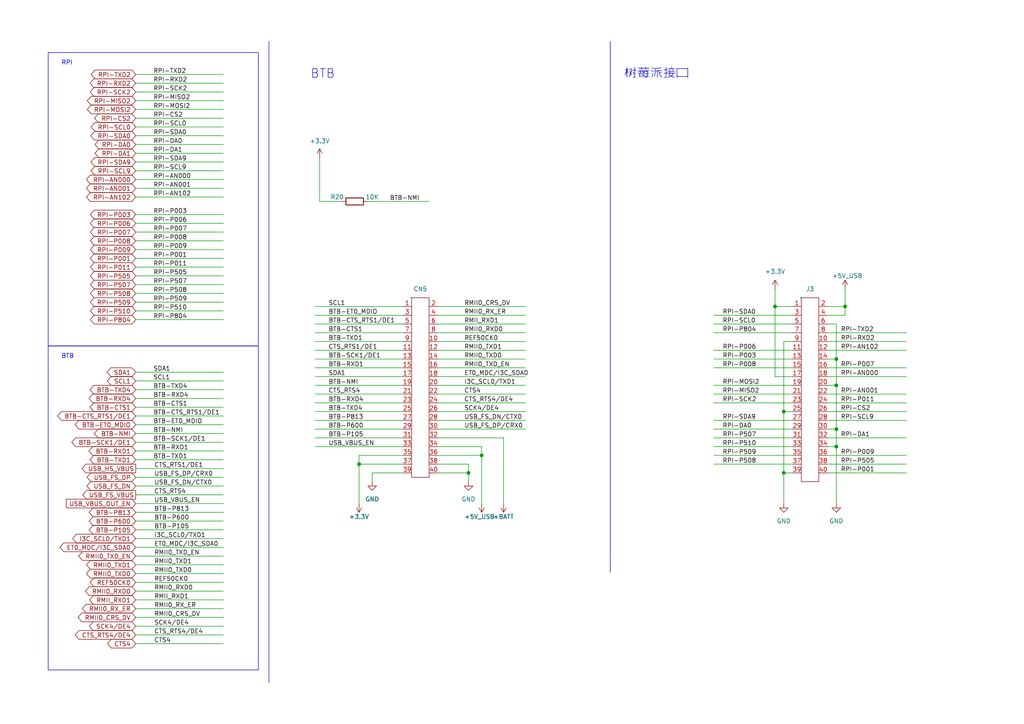
<source format=kicad_sch>
(kicad_sch (version 20230121) (generator eeschema)
  (paper "A4")
  (lib_symbols
    (symbol "RA8:2*20pin"
      (property "Reference" "J" (at 0 0 0))
      (symbol "2*20pin_0_1"
        (rectangle (start 0 0) (end 5.08 -53.34))
      )
      (symbol "2*20pin_1_1"
        (pin bidirectional line (at -2.54 -2.54 0) (length 2.54) (name "") (number "1"))
        (pin bidirectional line (at 7.62 -12.7 180) (length 2.54) (name "") (number "10"))
        (pin bidirectional line (at -2.54 -15.24 0) (length 2.54) (name "") (number "11"))
        (pin bidirectional line (at 7.62 -15.24 180) (length 2.54) (name "") (number "12"))
        (pin bidirectional line (at -2.54 -17.78 0) (length 2.54) (name "") (number "13"))
        (pin bidirectional line (at 7.62 -17.78 180) (length 2.54) (name "") (number "14"))
        (pin bidirectional line (at -2.54 -20.32 0) (length 2.54) (name "") (number "15"))
        (pin bidirectional line (at 7.62 -20.32 180) (length 2.54) (name "") (number "16"))
        (pin bidirectional line (at -2.54 -22.86 0) (length 2.54) (name "") (number "17"))
        (pin bidirectional line (at 7.62 -22.86 180) (length 2.54) (name "") (number "18"))
        (pin bidirectional line (at -2.54 -25.4 0) (length 2.54) (name "") (number "19"))
        (pin bidirectional line (at 7.62 -2.54 180) (length 2.54) (name "") (number "2"))
        (pin bidirectional line (at 7.62 -25.4 180) (length 2.54) (name "") (number "20"))
        (pin bidirectional line (at -2.54 -27.94 0) (length 2.54) (name "") (number "21"))
        (pin bidirectional line (at 7.62 -27.94 180) (length 2.54) (name "") (number "22"))
        (pin bidirectional line (at -2.54 -30.48 0) (length 2.54) (name "") (number "23"))
        (pin bidirectional line (at 7.62 -30.48 180) (length 2.54) (name "") (number "24"))
        (pin bidirectional line (at -2.54 -33.02 0) (length 2.54) (name "") (number "25"))
        (pin bidirectional line (at 7.62 -33.02 180) (length 2.54) (name "") (number "26"))
        (pin bidirectional line (at -2.54 -35.56 0) (length 2.54) (name "") (number "27"))
        (pin bidirectional line (at 7.62 -35.56 180) (length 2.54) (name "") (number "28"))
        (pin bidirectional line (at -2.54 -38.1 0) (length 2.54) (name "") (number "29"))
        (pin bidirectional line (at -2.54 -5.08 0) (length 2.54) (name "") (number "3"))
        (pin bidirectional line (at 7.62 -38.1 180) (length 2.54) (name "") (number "30"))
        (pin bidirectional line (at -2.54 -40.64 0) (length 2.54) (name "") (number "31"))
        (pin bidirectional line (at 7.62 -40.64 180) (length 2.54) (name "") (number "32"))
        (pin bidirectional line (at -2.54 -43.18 0) (length 2.54) (name "") (number "33"))
        (pin bidirectional line (at 7.62 -43.18 180) (length 2.54) (name "") (number "34"))
        (pin bidirectional line (at -2.54 -45.72 0) (length 2.54) (name "") (number "35"))
        (pin bidirectional line (at 7.62 -45.72 180) (length 2.54) (name "") (number "36"))
        (pin bidirectional line (at -2.54 -48.26 0) (length 2.54) (name "") (number "37"))
        (pin bidirectional line (at 7.62 -48.26 180) (length 2.54) (name "") (number "38"))
        (pin bidirectional line (at -2.54 -50.8 0) (length 2.54) (name "") (number "39"))
        (pin bidirectional line (at 7.62 -5.08 180) (length 2.54) (name "") (number "4"))
        (pin bidirectional line (at 7.62 -50.8 180) (length 2.54) (name "") (number "40"))
        (pin bidirectional line (at -2.54 -7.62 0) (length 2.54) (name "") (number "5"))
        (pin bidirectional line (at 7.62 -7.62 180) (length 2.54) (name "") (number "6"))
        (pin bidirectional line (at -2.54 -10.16 0) (length 2.54) (name "") (number "7"))
        (pin bidirectional line (at 7.62 -10.16 180) (length 2.54) (name "") (number "8"))
        (pin bidirectional line (at -2.54 -12.7 0) (length 2.54) (name "") (number "9"))
      )
    )
    (symbol "RA8:BTB_2x20Pin"
      (property "Reference" "CN" (at 0 0 0))
      (symbol "BTB_2x20Pin_0_1"
        (rectangle (start 0 0) (end 5.08 -52.07))
      )
      (symbol "BTB_2x20Pin_1_1"
        (pin bidirectional line (at -2.54 -2.54 0) (length 2.54) (name "") (number "1"))
        (pin bidirectional line (at 7.62 -12.7 180) (length 2.54) (name "") (number "10"))
        (pin bidirectional line (at -2.54 -15.24 0) (length 2.54) (name "") (number "11"))
        (pin bidirectional line (at 7.62 -15.24 180) (length 2.54) (name "") (number "12"))
        (pin bidirectional line (at -2.54 -17.78 0) (length 2.54) (name "") (number "13"))
        (pin bidirectional line (at 7.62 -17.78 180) (length 2.54) (name "") (number "14"))
        (pin bidirectional line (at -2.54 -20.32 0) (length 2.54) (name "") (number "15"))
        (pin bidirectional line (at 7.62 -20.32 180) (length 2.54) (name "") (number "16"))
        (pin bidirectional line (at -2.54 -22.86 0) (length 2.54) (name "") (number "17"))
        (pin bidirectional line (at 7.62 -22.86 180) (length 2.54) (name "") (number "18"))
        (pin bidirectional line (at -2.54 -25.4 0) (length 2.54) (name "") (number "19"))
        (pin bidirectional line (at 7.62 -2.54 180) (length 2.54) (name "") (number "2"))
        (pin bidirectional line (at 7.62 -25.4 180) (length 2.54) (name "") (number "20"))
        (pin bidirectional line (at -2.54 -27.94 0) (length 2.54) (name "") (number "21"))
        (pin bidirectional line (at 7.62 -27.94 180) (length 2.54) (name "") (number "22"))
        (pin bidirectional line (at -2.54 -30.48 0) (length 2.54) (name "") (number "23"))
        (pin bidirectional line (at 7.62 -30.48 180) (length 2.54) (name "") (number "24"))
        (pin bidirectional line (at -2.54 -33.02 0) (length 2.54) (name "") (number "25"))
        (pin bidirectional line (at 7.62 -33.02 180) (length 2.54) (name "") (number "26"))
        (pin bidirectional line (at -2.54 -35.56 0) (length 2.54) (name "") (number "27"))
        (pin bidirectional line (at 7.62 -35.56 180) (length 2.54) (name "") (number "28"))
        (pin bidirectional line (at -2.54 -38.1 0) (length 2.54) (name "") (number "29"))
        (pin bidirectional line (at -2.54 -5.08 0) (length 2.54) (name "") (number "3"))
        (pin bidirectional line (at 7.62 -38.1 180) (length 2.54) (name "") (number "30"))
        (pin bidirectional line (at -2.54 -40.64 0) (length 2.54) (name "") (number "31"))
        (pin bidirectional line (at 7.62 -40.64 180) (length 2.54) (name "") (number "32"))
        (pin bidirectional line (at -2.54 -43.18 0) (length 2.54) (name "") (number "33"))
        (pin bidirectional line (at 7.62 -43.18 180) (length 2.54) (name "") (number "34"))
        (pin bidirectional line (at -2.54 -45.72 0) (length 2.54) (name "") (number "35"))
        (pin bidirectional line (at 7.62 -45.72 180) (length 2.54) (name "") (number "36"))
        (pin bidirectional line (at -2.54 -48.26 0) (length 2.54) (name "") (number "37"))
        (pin bidirectional line (at 7.62 -48.26 180) (length 2.54) (name "") (number "38"))
        (pin bidirectional line (at -2.54 -50.8 0) (length 2.54) (name "") (number "39"))
        (pin bidirectional line (at 7.62 -5.08 180) (length 2.54) (name "") (number "4"))
        (pin bidirectional line (at 7.62 -50.8 180) (length 2.54) (name "") (number "40"))
        (pin bidirectional line (at -2.54 -7.62 0) (length 2.54) (name "") (number "5"))
        (pin bidirectional line (at 7.62 -7.62 180) (length 2.54) (name "") (number "6"))
        (pin bidirectional line (at -2.54 -10.16 0) (length 2.54) (name "") (number "7"))
        (pin bidirectional line (at 7.62 -10.16 180) (length 2.54) (name "") (number "8"))
        (pin bidirectional line (at -2.54 -12.7 0) (length 2.54) (name "") (number "9"))
      )
    )
    (symbol "RA8:Res" (pin_numbers hide) (pin_names hide)
      (property "Reference" "R1" (at -5.08 1.27 0))
      (property "Comment" "10K/1%" (at 7.62 1.27 0))
      (symbol "Res_0_1"
        (rectangle (start -2.54 1.016) (end 2.54 -1.016) (stroke (width 0.254)))
      )
      (symbol "Res_1_1"
        (pin passive line (at -3.81 0 0) (length 1.27) (name "~") (number "1"))
        (pin passive line (at 3.81 0 180) (length 1.27) (name "~") (number "2"))
      )
    )
    (symbol "power:+3.3V" (power) (pin_names (offset 0))
      (property "Value" "+3.3V" (at 0 3.556 0))
      (symbol "+3.3V_0_1"
        (polyline (pts (xy -0.762 1.27) (xy 0 2.54)))
        (polyline (pts (xy 0 0) (xy 0 2.54)))
        (polyline (pts (xy 0 2.54) (xy 0.762 1.27)))
      )
      (symbol "+3.3V_1_1"
        (pin power_in line (at 0 0 90) (length 0) hide (name "+3.3V") (number "1"))
      )
    )
    (symbol "power:+5V_USB" (power) (in_bom no) (on_board no)
      (property "Value" "+5V_USB" (at -1.27 2.032 0))
      (symbol "+5V_USB_0_1"
        (polyline (pts (xy -0.762 -1.27) (xy 0 0)))
        (polyline (pts (xy 0 -2.54) (xy 0 0)))
        (polyline (pts (xy 0 0) (xy 0.762 -1.27)))
      )
      (symbol "+5V_USB_1_1"
        (pin power_in line (at 0 -2.54 90) (length 0) hide (name "+5V_USB") (number "1"))
      )
    )
    (symbol "power:+BATT" (power) (pin_names (offset 0))
      (property "Value" "+BATT" (at 0 3.556 0))
      (symbol "+BATT_0_1"
        (polyline (pts (xy -0.762 1.27) (xy 0 2.54)))
        (polyline (pts (xy 0 0) (xy 0 2.54)))
        (polyline (pts (xy 0 2.54) (xy 0.762 1.27)))
      )
      (symbol "+BATT_1_1"
        (pin power_in line (at 0 0 90) (length 0) hide (name "+BATT") (number "1"))
      )
    )
    (symbol "power:GND" (power) (pin_names (offset 0))
      (property "Value" "GND" (at 0 -3.81 0))
      (symbol "GND_0_1"
        (polyline (pts (xy 0 0) (xy 0 -1.27) (xy 1.27 -1.27) (xy 0 -2.54) (xy -1.27 -1.27) (xy 0 -1.27)))
      )
      (symbol "GND_1_1"
        (pin power_in line (at 0 0 270) (length 0) hide (name "GND") (number "1"))
      )
    )
  )
  (junction (at 104.14 134.62))
  (junction (at 227.33 137.16))
  (junction (at 245.11 88.9))
  (junction (at 242.57 104.14))
  (junction (at 242.57 129.54))
  (junction (at 224.79 88.9))
  (junction (at 242.57 111.76))
  (junction (at 242.57 124.46))
  (junction (at 139.7 132.08))
  (junction (at 227.33 119.38))
  (junction (at 135.89 137.16))
  (wire (pts (xy 39.37 130.81) (xy 64.77 130.81)))
  (wire (pts (xy 39.37 49.53) (xy 64.77 49.53)))
  (wire (pts (xy 104.14 132.08) (xy 104.14 134.62)))
  (wire (pts (xy 207.01 134.62) (xy 229.87 134.62)))
  (wire (pts (xy 242.57 124.46) (xy 242.57 111.76)))
  (wire (pts (xy 127 88.9) (xy 152.4 88.9)))
  (wire (pts (xy 39.37 113.03) (xy 64.77 113.03)))
  (polyline (pts (xy 78 12) (xy 78 198)))
  (wire (pts (xy 240.03 106.68) (xy 262.89 106.68)))
  (wire (pts (xy 39.37 166.37) (xy 64.77 166.37)))
  (wire (pts (xy 91.44 93.98) (xy 116.84 93.98)))
  (wire (pts (xy 39.37 54.61) (xy 64.77 54.61)))
  (wire (pts (xy 127 101.6) (xy 152.4 101.6)))
  (wire (pts (xy 39.37 176.53) (xy 64.77 176.53)))
  (wire (pts (xy 91.44 109.22) (xy 116.84 109.22)))
  (wire (pts (xy 91.44 104.14) (xy 116.84 104.14)))
  (wire (pts (xy 39.37 31.75) (xy 64.77 31.75)))
  (wire (pts (xy 116.84 132.08) (xy 104.14 132.08)))
  (wire (pts (xy 39.37 123.19) (xy 64.77 123.19)))
  (wire (pts (xy 224.79 88.9) (xy 224.79 109.22)))
  (wire (pts (xy 242.57 104.14) (xy 242.57 111.76)))
  (wire (pts (xy 107.95 137.16) (xy 116.84 137.16)))
  (wire (pts (xy 39.37 24.13) (xy 64.77 24.13)))
  (wire (pts (xy 207.01 111.76) (xy 229.87 111.76)))
  (wire (pts (xy 91.44 88.9) (xy 116.84 88.9)))
  (wire (pts (xy 146.05 127) (xy 146.05 146.05)))
  (wire (pts (xy 39.37 44.45) (xy 64.77 44.45)))
  (wire (pts (xy 245.11 83.82) (xy 245.11 88.9)))
  (wire (pts (xy 39.37 120.65) (xy 64.77 120.65)))
  (wire (pts (xy 39.37 125.73) (xy 64.77 125.73)))
  (wire (pts (xy 39.37 107.95) (xy 64.77 107.95)))
  (wire (pts (xy 127 127) (xy 146.05 127)))
  (wire (pts (xy 240.03 132.08) (xy 262.89 132.08)))
  (wire (pts (xy 240.03 119.38) (xy 262.89 119.38)))
  (wire (pts (xy 39.37 151.13) (xy 64.77 151.13)))
  (wire (pts (xy 240.03 134.62) (xy 262.89 134.62)))
  (wire (pts (xy 91.44 119.38) (xy 116.84 119.38)))
  (wire (pts (xy 240.03 91.44) (xy 245.11 91.44)))
  (wire (pts (xy 127 111.76) (xy 152.4 111.76)))
  (wire (pts (xy 127 91.44) (xy 152.4 91.44)))
  (wire (pts (xy 39.37 87.63) (xy 64.77 87.63)))
  (wire (pts (xy 227.33 119.38) (xy 227.33 137.16)))
  (wire (pts (xy 39.37 168.91) (xy 64.77 168.91)))
  (wire (pts (xy 39.37 62.23) (xy 64.77 62.23)))
  (wire (pts (xy 39.37 140.97) (xy 64.77 140.97)))
  (wire (pts (xy 139.7 132.08) (xy 139.7 146.05)))
  (wire (pts (xy 91.44 124.46) (xy 116.84 124.46)))
  (wire (pts (xy 207.01 116.84) (xy 229.87 116.84)))
  (wire (pts (xy 240.03 99.06) (xy 262.89 99.06)))
  (wire (pts (xy 91.44 129.54) (xy 116.84 129.54)))
  (wire (pts (xy 240.03 116.84) (xy 262.89 116.84)))
  (wire (pts (xy 207.01 114.3) (xy 229.87 114.3)))
  (wire (pts (xy 91.44 106.68) (xy 116.84 106.68)))
  (wire (pts (xy 39.37 173.99) (xy 64.77 173.99)))
  (wire (pts (xy 39.37 26.67) (xy 64.77 26.67)))
  (wire (pts (xy 127 132.08) (xy 139.7 132.08)))
  (wire (pts (xy 39.37 186.69) (xy 64.77 186.69)))
  (wire (pts (xy 127 106.68) (xy 152.4 106.68)))
  (wire (pts (xy 39.37 74.93) (xy 64.77 74.93)))
  (wire (pts (xy 127 124.46) (xy 152.4 124.46)))
  (wire (pts (xy 127 104.14) (xy 152.4 104.14)))
  (wire (pts (xy 227.33 137.16) (xy 227.33 146.05)))
  (wire (pts (xy 207.01 93.98) (xy 229.87 93.98)))
  (wire (pts (xy 127 93.98) (xy 152.4 93.98)))
  (wire (pts (xy 207.01 132.08) (xy 229.87 132.08)))
  (wire (pts (xy 240.03 109.22) (xy 262.89 109.22)))
  (wire (pts (xy 39.37 67.31) (xy 64.77 67.31)))
  (wire (pts (xy 127 116.84) (xy 152.4 116.84)))
  (wire (pts (xy 39.37 161.29) (xy 64.77 161.29)))
  (wire (pts (xy 39.37 110.49) (xy 64.77 110.49)))
  (wire (pts (xy 106.68 58.42) (xy 124.46 58.42)))
  (wire (pts (xy 91.44 114.3) (xy 116.84 114.3)))
  (wire (pts (xy 39.37 82.55) (xy 64.77 82.55)))
  (wire (pts (xy 245.11 88.9) (xy 245.11 91.44)))
  (wire (pts (xy 92.71 58.42) (xy 99.06 58.42)))
  (wire (pts (xy 39.37 41.91) (xy 64.77 41.91)))
  (wire (pts (xy 240.03 127) (xy 262.89 127)))
  (wire (pts (xy 39.37 171.45) (xy 64.77 171.45)))
  (wire (pts (xy 39.37 90.17) (xy 64.77 90.17)))
  (wire (pts (xy 242.57 124.46) (xy 240.03 124.46)))
  (wire (pts (xy 39.37 179.07) (xy 64.77 179.07)))
  (wire (pts (xy 39.37 163.83) (xy 64.77 163.83)))
  (wire (pts (xy 91.44 127) (xy 116.84 127)))
  (wire (pts (xy 104.14 134.62) (xy 116.84 134.62)))
  (wire (pts (xy 207.01 96.52) (xy 229.87 96.52)))
  (wire (pts (xy 107.95 139.7) (xy 107.95 137.16)))
  (wire (pts (xy 207.01 91.44) (xy 229.87 91.44)))
  (wire (pts (xy 39.37 153.67) (xy 64.77 153.67)))
  (wire (pts (xy 39.37 128.27) (xy 64.77 128.27)))
  (wire (pts (xy 224.79 88.9) (xy 229.87 88.9)))
  (wire (pts (xy 135.89 137.16) (xy 127 137.16)))
  (wire (pts (xy 39.37 148.59) (xy 64.77 148.59)))
  (wire (pts (xy 39.37 80.01) (xy 64.77 80.01)))
  (wire (pts (xy 91.44 96.52) (xy 116.84 96.52)))
  (wire (pts (xy 91.44 116.84) (xy 116.84 116.84)))
  (wire (pts (xy 39.37 34.29) (xy 64.77 34.29)))
  (wire (pts (xy 127 121.92) (xy 152.4 121.92)))
  (wire (pts (xy 39.37 158.75) (xy 64.77 158.75)))
  (wire (pts (xy 39.37 138.43) (xy 64.77 138.43)))
  (wire (pts (xy 39.37 115.57) (xy 64.77 115.57)))
  (wire (pts (xy 127 99.06) (xy 152.4 99.06)))
  (wire (pts (xy 39.37 36.83) (xy 64.77 36.83)))
  (wire (pts (xy 207.01 127) (xy 229.87 127)))
  (wire (pts (xy 240.03 129.54) (xy 242.57 129.54)))
  (wire (pts (xy 39.37 39.37) (xy 64.77 39.37)))
  (wire (pts (xy 127 134.62) (xy 135.89 134.62)))
  (wire (pts (xy 39.37 29.21) (xy 64.77 29.21)))
  (wire (pts (xy 227.33 99.06) (xy 227.33 119.38)))
  (wire (pts (xy 91.44 99.06) (xy 116.84 99.06)))
  (wire (pts (xy 242.57 111.76) (xy 240.03 111.76)))
  (wire (pts (xy 227.33 119.38) (xy 229.87 119.38)))
  (wire (pts (xy 104.14 146.05) (xy 104.14 134.62)))
  (wire (pts (xy 39.37 21.59) (xy 64.77 21.59)))
  (wire (pts (xy 39.37 69.85) (xy 64.77 69.85)))
  (wire (pts (xy 207.01 104.14) (xy 229.87 104.14)))
  (wire (pts (xy 240.03 96.52) (xy 262.89 96.52)))
  (wire (pts (xy 39.37 77.47) (xy 64.77 77.47)))
  (wire (pts (xy 39.37 181.61) (xy 64.77 181.61)))
  (wire (pts (xy 127 109.22) (xy 152.4 109.22)))
  (wire (pts (xy 39.37 72.39) (xy 64.77 72.39)))
  (wire (pts (xy 207.01 124.46) (xy 229.87 124.46)))
  (wire (pts (xy 240.03 137.16) (xy 262.89 137.16)))
  (wire (pts (xy 229.87 99.06) (xy 227.33 99.06)))
  (wire (pts (xy 242.57 104.14) (xy 240.03 104.14)))
  (wire (pts (xy 207.01 101.6) (xy 229.87 101.6)))
  (wire (pts (xy 227.33 137.16) (xy 229.87 137.16)))
  (wire (pts (xy 135.89 137.16) (xy 135.89 139.7)))
  (wire (pts (xy 139.7 129.54) (xy 127 129.54)))
  (wire (pts (xy 39.37 64.77) (xy 64.77 64.77)))
  (wire (pts (xy 240.03 121.92) (xy 262.89 121.92)))
  (wire (pts (xy 240.03 88.9) (xy 245.11 88.9)))
  (wire (pts (xy 39.37 133.35) (xy 64.77 133.35)))
  (wire (pts (xy 39.37 135.89) (xy 64.77 135.89)))
  (wire (pts (xy 242.57 129.54) (xy 242.57 146.05)))
  (wire (pts (xy 39.37 184.15) (xy 64.77 184.15)))
  (wire (pts (xy 39.37 46.99) (xy 64.77 46.99)))
  (wire (pts (xy 91.44 101.6) (xy 116.84 101.6)))
  (wire (pts (xy 240.03 114.3) (xy 262.89 114.3)))
  (wire (pts (xy 127 119.38) (xy 152.4 119.38)))
  (wire (pts (xy 39.37 85.09) (xy 64.77 85.09)))
  (wire (pts (xy 242.57 129.54) (xy 242.57 124.46)))
  (wire (pts (xy 91.44 121.92) (xy 116.84 121.92)))
  (wire (pts (xy 127 96.52) (xy 152.4 96.52)))
  (wire (pts (xy 127 114.3) (xy 152.4 114.3)))
  (wire (pts (xy 207.01 129.54) (xy 229.87 129.54)))
  (wire (pts (xy 242.57 93.98) (xy 242.57 104.14)))
  (wire (pts (xy 91.44 91.44) (xy 116.84 91.44)))
  (wire (pts (xy 207.01 106.68) (xy 229.87 106.68)))
  (wire (pts (xy 39.37 143.51) (xy 64.77 143.51)))
  (wire (pts (xy 240.03 101.6) (xy 262.89 101.6)))
  (wire (pts (xy 39.37 118.11) (xy 64.77 118.11)))
  (wire (pts (xy 135.89 134.62) (xy 135.89 137.16)))
  (wire (pts (xy 39.37 57.15) (xy 64.77 57.15)))
  (wire (pts (xy 207.01 121.92) (xy 229.87 121.92)))
  (wire (pts (xy 224.79 83.82) (xy 224.79 88.9)))
  (wire (pts (xy 39.37 92.71) (xy 64.77 92.71)))
  (wire (pts (xy 224.79 109.22) (xy 229.87 109.22)))
  (wire (pts (xy 92.71 45.72) (xy 92.71 58.42)))
  (wire (pts (xy 91.44 111.76) (xy 116.84 111.76)))
  (wire (pts (xy 39.37 156.21) (xy 64.77 156.21)))
  (wire (pts (xy 240.03 93.98) (xy 242.57 93.98)))
  (wire (pts (xy 139.7 129.54) (xy 139.7 132.08)))
  (wire (pts (xy 39.37 146.05) (xy 64.77 146.05)))
  (wire (pts (xy 39.37 52.07) (xy 64.77 52.07)))
  (rectangle (start 13.97 15.24) (end 74.93 100.33))
  (rectangle (start 177 12) (end 177 166))
  (rectangle (start 13.97 100.33) (end 74.93 194.31))
  (text "BTB			" (at 90 23 0) (effects (font (size 2.54 2.54)) (justify left bottom)))
  (text "RPI" (at 17.78 19.05 0) (effects (font (size 1.27 1.27)) (justify left bottom)))
  (text "BTB" (at 17.78 104.14 0) (effects (font (size 1.27 1.27)) (justify left bottom)))
  (text "树莓派接口" (at 181 23 0) (effects (font (size 2.54 2.54)) (justify left bottom)))
  (label "BTB-TXD1" (at 44.45 133.35 0))
  (label "RPI-AN000" (at 44.45 52.07 0))
  (label "RPI-P006" (at 209.55 101.6 0))
  (label "RPI-SCL0" (at 44.45 36.83 0))
  (label "I3C_SCL0{slash}TXD1" (at 134.62 111.76 0))
  (label "RPI-P011" (at 44.45 77.47 0))
  (label "RPI-P007" (at 243.84 106.68 0))
  (label "SCK4{slash}DE4" (at 134.62 119.38 0))
  (label "RMII0_TXD_EN" (at 44.704 161.29 0))
  (label "RPI-MISO2" (at 209.55 114.3 0))
  (label "RPI-P009" (at 44.45 72.39 0))
  (label "RPI-P509" (at 44.45 87.63 0))
  (label "RPI-P510" (at 44.45 90.17 0))
  (label "RPI-SCL0" (at 209.55 93.98 0))
  (label "RPI-P505" (at 44.45 80.01 0))
  (label "RPI-AN102" (at 243.84 101.6 0))
  (label "BTB-TXD1" (at 95.25 99.06 0))
  (label "CTS_RTS1{slash}DE1" (at 95.25 101.6 0))
  (label "RMII0_TXD1" (at 44.704 163.83 0))
  (label "RPI-DA0" (at 209.55 124.46 0))
  (label "RPI-P011" (at 243.84 116.84 0))
  (label "BTB-P600" (at 95.25 124.46 0))
  (label "RMII0_RX_ER" (at 44.704 176.53 0))
  (label "SDA1" (at 44.45 107.95 0))
  (label "BTB-NMI" (at 95.25 111.76 0))
  (label "RPI-MISO2" (at 44.45 29.21 0))
  (label "RMII0_TXD0" (at 134.62 104.14 0))
  (label "RPI-TXD2" (at 44.45 21.59 0))
  (label "BTB-SCK1{slash}DE1" (at 44.45 128.27 0))
  (label "RMII_RXD1" (at 44.704 173.99 0))
  (label "RPI-P008" (at 209.55 106.68 0))
  (label "RMII0_RX_ER" (at 134.62 91.44 0))
  (label "BTB-NMI" (at 44.45 125.73 0))
  (label "BTB-P813" (at 95.25 121.92 0))
  (label "USB_FS_DN{slash}CTX0" (at 44.704 140.97 0))
  (label "I3C_SCL0{slash}TXD1" (at 44.704 156.21 0))
  (label "USB_VBUS_EN" (at 44.704 146.05 0))
  (label "BTB-RXD1" (at 44.45 130.81 0))
  (label "RMII0_CRS_DV" (at 44.704 179.07 0))
  (label "CTS_RTS1{slash}DE1" (at 44.704 135.89 0))
  (label "RMII0_TXD_EN" (at 134.62 106.68 0))
  (label "RPI-P001" (at 243.84 137.16 0))
  (label "RPI-RXD2" (at 243.84 99.06 0))
  (label "RPI-DA1" (at 44.45 44.45 0))
  (label "RPI-DA1" (at 243.84 127 0))
  (label "ET0_MDC{slash}I3C_SDA0" (at 44.704 158.75 0))
  (label "BTB-ET0_MDIO" (at 95.25 91.44 0))
  (label "BTB-SCK1{slash}DE1" (at 95.25 104.14 0))
  (label "BTB-CTS1" (at 95.25 96.52 0))
  (label "RPI-SDA9" (at 209.55 121.92 0))
  (label "CTS_RTS4{slash}DE4" (at 134.62 116.84 0))
  (label "RPI-TXD2" (at 243.84 96.52 0))
  (label "BTB-P600" (at 44.704 151.13 0))
  (label "RPI-AN000" (at 243.84 109.22 0))
  (label "RPI-SDA9" (at 44.45 46.99 0))
  (label "RMII0_TXD0" (at 44.704 166.37 0))
  (label "RPI-P006" (at 44.45 64.77 0))
  (label "RPI-P804" (at 44.45 92.71 0))
  (label "RPI-SCL9" (at 243.84 121.92 0))
  (label "RPI-MOSI2" (at 44.45 31.75 0))
  (label "REF50CK0" (at 44.704 168.91 0))
  (label "RPI-AN001" (at 44.45 54.61 0))
  (label "RPI-SDA0" (at 209.55 91.44 0))
  (label "BTB-TXD4" (at 44.45 113.03 0))
  (label "BTB-CTS1" (at 44.45 118.11 0))
  (label "RPI-P804" (at 209.55 96.52 0))
  (label "RPI-SCL9" (at 44.45 49.53 0))
  (label "SCK4{slash}DE4" (at 44.704 181.61 0))
  (label "RPI-P008" (at 44.45 69.85 0))
  (label "RPI-P509" (at 209.55 132.08 0))
  (label "RPI-CS2" (at 243.84 119.38 0))
  (label "BTB-NMI" (at 113.03 58.42 0))
  (label "RPI-MOSI2" (at 209.55 111.76 0))
  (label "REF50CK0" (at 134.62 99.06 0))
  (label "RMII0_RXD0" (at 134.62 96.52 0))
  (label "CTS4" (at 134.62 114.3 0))
  (label "RPI-P003" (at 209.55 104.14 0))
  (label "BTB-RXD4" (at 95.25 116.84 0))
  (label "RPI-CS2" (at 44.45 34.29 0))
  (label "RPI-P507" (at 44.45 82.55 0))
  (label "RPI-P001" (at 44.45 74.93 0))
  (label "BTB-P105" (at 44.704 153.67 0))
  (label "RPI-SCK2" (at 44.45 26.67 0))
  (label "RMII0_TXD1" (at 134.62 101.6 0))
  (label "RMII0_RXD0" (at 44.704 171.45 0))
  (label "RPI-P508" (at 209.55 134.62 0))
  (label "SCL1" (at 44.45 110.49 0))
  (label "USB_VBUS_EN" (at 95.25 129.54 0))
  (label "RMII0_CRS_DV" (at 134.62 88.9 0))
  (label "RPI-P505" (at 243.84 134.62 0))
  (label "RPI-P510" (at 209.55 129.54 0))
  (label "BTB-RXD4" (at 44.45 115.57 0))
  (label "RMII_RXD1" (at 134.62 93.98 0))
  (label "RPI-SDA0" (at 44.45 39.37 0))
  (label "RPI-DA0" (at 44.45 41.91 0))
  (label "USB_FS_DP{slash}CRX0" (at 134.62 124.46 0))
  (label "RPI-P003" (at 44.45 62.23 0))
  (label "SDA1" (at 95.25 109.22 0))
  (label "BTB-CTS_RTS1{slash}DE1" (at 95.25 93.98 0))
  (label "RPI-P007" (at 44.45 67.31 0))
  (label "BTB-TXD4" (at 95.25 119.38 0))
  (label "RPI-AN102" (at 44.45 57.15 0))
  (label "BTB-RXD1" (at 95.25 106.68 0))
  (label "BTB-P813" (at 44.704 148.59 0))
  (label "ET0_MDC{slash}I3C_SDA0" (at 134.62 109.22 0))
  (label "RPI-P009" (at 243.84 132.08 0))
  (label "BTB-P105" (at 95.25 127 0))
  (label "SCL1" (at 95.25 88.9 0))
  (label "BTB-CTS_RTS1{slash}DE1" (at 44.45 120.65 0))
  (label "CTS4" (at 44.704 186.69 0))
  (label "CTS_RTS4{slash}DE4" (at 44.704 184.15 0))
  (label "BTB-ET0_MDIO" (at 44.45 123.19 0))
  (label "RPI-RXD2" (at 44.45 24.13 0))
  (label "USB_FS_DN{slash}CTX0" (at 134.62 121.92 0))
  (label "USB_FS_DP{slash}CRX0" (at 44.704 138.43 0))
  (label "RPI-SCK2" (at 209.55 116.84 0))
  (label "CTS_RTS4" (at 95.25 114.3 0))
  (label "RPI-P508" (at 44.45 85.09 0))
  (label "RPI-P507" (at 209.55 127 0))
  (label "CTS_RTS4" (at 44.704 143.51 0))
  (label "RPI-AN001" (at 243.84 114.3 0))
  (global_label "RPI-AN001" (shape bidirectional) (at 39.37 54.61 180) (property "Intersheetrefs" "${INTERSHEET_REFS}" (effects hide)))
  (global_label "ET0_MDC{slash}I3C_SDA0" (shape bidirectional) (at 39.37 158.75 180) (property "Intersheetrefs" "${INTERSHEET_REFS}" (effects hide)))
  (global_label "SCK4{slash}DE4" (shape bidirectional) (at 39.37 181.61 180) (property "Intersheetrefs" "${INTERSHEET_REFS}" (effects hide)))
  (global_label "USB_VBUS_OUT_EN" (shape input) (at 39.37 146.05 180) (property "Intersheetrefs" "${INTERSHEET_REFS}" (effects hide)))
  (global_label "RPI-AN102" (shape bidirectional) (at 39.37 57.15 180) (property "Intersheetrefs" "${INTERSHEET_REFS}" (effects hide)))
  (global_label "CTS4" (shape bidirectional) (at 39.37 186.69 180) (property "Intersheetrefs" "${INTERSHEET_REFS}" (effects hide)))
  (global_label "RMII0_RX_ER" (shape bidirectional) (at 39.37 176.53 180) (property "Intersheetrefs" "${INTERSHEET_REFS}" (effects hide)))
  (global_label "RPI-P007" (shape bidirectional) (at 39.37 67.31 180) (property "Intersheetrefs" "${INTERSHEET_REFS}" (effects hide)))
  (global_label "RPI-P003" (shape bidirectional) (at 39.37 62.23 180) (property "Intersheetrefs" "${INTERSHEET_REFS}" (effects hide)))
  (global_label "SCL1" (shape bidirectional) (at 39.37 110.49 180) (property "Intersheetrefs" "${INTERSHEET_REFS}" (effects hide)))
  (global_label "RPI-SCL0" (shape bidirectional) (at 39.37 36.83 180) (property "Intersheetrefs" "${INTERSHEET_REFS}" (effects hide)))
  (global_label "BTB-CTS_RTS1{slash}DE1" (shape bidirectional) (at 39.37 120.65 180) (property "Intersheetrefs" "${INTERSHEET_REFS}" (effects hide)))
  (global_label "BTB-P105" (shape bidirectional) (at 39.37 153.67 180) (property "Intersheetrefs" "${INTERSHEET_REFS}" (effects hide)))
  (global_label "RPI-SCK2" (shape bidirectional) (at 39.37 26.67 180) (property "Intersheetrefs" "${INTERSHEET_REFS}" (effects hide)))
  (global_label "RPI-P505" (shape bidirectional) (at 39.37 80.01 180) (property "Intersheetrefs" "${INTERSHEET_REFS}" (effects hide)))
  (global_label "RPI-P804" (shape bidirectional) (at 39.37 92.71 180) (property "Intersheetrefs" "${INTERSHEET_REFS}" (effects hide)))
  (global_label "RPI-P507" (shape bidirectional) (at 39.37 82.55 180) (property "Intersheetrefs" "${INTERSHEET_REFS}" (effects hide)))
  (global_label "RMII0_TXD_EN" (shape bidirectional) (at 39.37 161.29 180) (property "Intersheetrefs" "${INTERSHEET_REFS}" (effects hide)))
  (global_label "BTB-CTS1" (shape bidirectional) (at 39.37 118.11 180) (property "Intersheetrefs" "${INTERSHEET_REFS}" (effects hide)))
  (global_label "RPI-SCL9" (shape bidirectional) (at 39.37 49.53 180) (property "Intersheetrefs" "${INTERSHEET_REFS}" (effects hide)))
  (global_label "RPI-DA0" (shape bidirectional) (at 39.37 41.91 180) (property "Intersheetrefs" "${INTERSHEET_REFS}" (effects hide)))
  (global_label "BTB-RXD1" (shape bidirectional) (at 39.37 130.81 180) (property "Intersheetrefs" "${INTERSHEET_REFS}" (effects hide)))
  (global_label "BTB-P813" (shape bidirectional) (at 39.37 148.59 180) (property "Intersheetrefs" "${INTERSHEET_REFS}" (effects hide)))
  (global_label "RPI-AN000" (shape bidirectional) (at 39.37 52.07 180) (property "Intersheetrefs" "${INTERSHEET_REFS}" (effects hide)))
  (global_label "RPI-SDA0" (shape bidirectional) (at 39.37 39.37 180) (property "Intersheetrefs" "${INTERSHEET_REFS}" (effects hide)))
  (global_label "RPI-RXD2" (shape bidirectional) (at 39.37 24.13 180) (property "Intersheetrefs" "${INTERSHEET_REFS}" (effects hide)))
  (global_label "RMII0_TXD1" (shape bidirectional) (at 39.37 163.83 180) (property "Intersheetrefs" "${INTERSHEET_REFS}" (effects hide)))
  (global_label "RPI-P508" (shape bidirectional) (at 39.37 85.09 180) (property "Intersheetrefs" "${INTERSHEET_REFS}" (effects hide)))
  (global_label "RPI-P001" (shape bidirectional) (at 39.37 74.93 180) (property "Intersheetrefs" "${INTERSHEET_REFS}" (effects hide)))
  (global_label "BTB-SCK1{slash}DE1" (shape bidirectional) (at 39.37 128.27 180) (property "Intersheetrefs" "${INTERSHEET_REFS}" (effects hide)))
  (global_label "SDA1" (shape bidirectional) (at 39.37 107.95 180) (property "Intersheetrefs" "${INTERSHEET_REFS}" (effects hide)))
  (global_label "USB_FS_DP" (shape bidirectional) (at 39.37 138.43 180) (property "Intersheetrefs" "${INTERSHEET_REFS}" (effects hide)))
  (global_label "USB_HS_VBUS" (shape output) (at 39.37 135.89 180) (property "Intersheetrefs" "${INTERSHEET_REFS}" (effects hide)))
  (global_label "RPI-MOSI2" (shape bidirectional) (at 39.37 31.75 180) (property "Intersheetrefs" "${INTERSHEET_REFS}" (effects hide)))
  (global_label "RMII0_TXD0" (shape bidirectional) (at 39.37 166.37 180) (property "Intersheetrefs" "${INTERSHEET_REFS}" (effects hide)))
  (global_label "RPI-P008" (shape bidirectional) (at 39.37 69.85 180) (property "Intersheetrefs" "${INTERSHEET_REFS}" (effects hide)))
  (global_label "RPI-MISO2" (shape bidirectional) (at 39.37 29.21 180) (property "Intersheetrefs" "${INTERSHEET_REFS}" (effects hide)))
  (global_label "RMII_RXD1" (shape bidirectional) (at 39.37 173.99 180) (property "Intersheetrefs" "${INTERSHEET_REFS}" (effects hide)))
  (global_label "RPI-P006" (shape bidirectional) (at 39.37 64.77 180) (property "Intersheetrefs" "${INTERSHEET_REFS}" (effects hide)))
  (global_label "BTB-RXD4" (shape bidirectional) (at 39.37 115.57 180) (property "Intersheetrefs" "${INTERSHEET_REFS}" (effects hide)))
  (global_label "I3C_SCL0{slash}TXD1" (shape bidirectional) (at 39.37 156.21 180) (property "Intersheetrefs" "${INTERSHEET_REFS}" (effects hide)))
  (global_label "BTB-P600" (shape bidirectional) (at 39.37 151.13 180) (property "Intersheetrefs" "${INTERSHEET_REFS}" (effects hide)))
  (global_label "CTS_RTS4{slash}DE4" (shape bidirectional) (at 39.37 184.15 180) (property "Intersheetrefs" "${INTERSHEET_REFS}" (effects hide)))
  (global_label "RMII0_RXD0" (shape bidirectional) (at 39.37 171.45 180) (property "Intersheetrefs" "${INTERSHEET_REFS}" (effects hide)))
  (global_label "BTB-NMI" (shape bidirectional) (at 39.37 125.73 180) (property "Intersheetrefs" "${INTERSHEET_REFS}" (effects hide)))
  (global_label "RPI-TXD2" (shape bidirectional) (at 39.37 21.59 180) (property "Intersheetrefs" "${INTERSHEET_REFS}" (effects hide)))
  (global_label "RPI-P011" (shape bidirectional) (at 39.37 77.47 180) (property "Intersheetrefs" "${INTERSHEET_REFS}" (effects hide)))
  (global_label "RMII0_CRS_DV" (shape bidirectional) (at 39.37 179.07 180) (property "Intersheetrefs" "${INTERSHEET_REFS}" (effects hide)))
  (global_label "REF50CK0" (shape bidirectional) (at 39.37 168.91 180) (property "Intersheetrefs" "${INTERSHEET_REFS}" (effects hide)))
  (global_label "RPI-P509" (shape bidirectional) (at 39.37 87.63 180) (property "Intersheetrefs" "${INTERSHEET_REFS}" (effects hide)))
  (global_label "BTB-TXD4" (shape bidirectional) (at 39.37 113.03 180) (property "Intersheetrefs" "${INTERSHEET_REFS}" (effects hide)))
  (global_label "RPI-CS2" (shape bidirectional) (at 39.37 34.29 180) (property "Intersheetrefs" "${INTERSHEET_REFS}" (effects hide)))
  (global_label "RPI-P009" (shape bidirectional) (at 39.37 72.39 180) (property "Intersheetrefs" "${INTERSHEET_REFS}" (effects hide)))
  (global_label "RPI-DA1" (shape bidirectional) (at 39.37 44.45 180) (property "Intersheetrefs" "${INTERSHEET_REFS}" (effects hide)))
  (global_label "USB_FS_DN" (shape bidirectional) (at 39.37 140.97 180) (property "Intersheetrefs" "${INTERSHEET_REFS}" (effects hide)))
  (global_label "BTB-ET0_MDIO" (shape bidirectional) (at 39.37 123.19 180) (property "Intersheetrefs" "${INTERSHEET_REFS}" (effects hide)))
  (global_label "BTB-TXD1" (shape bidirectional) (at 39.37 133.35 180) (property "Intersheetrefs" "${INTERSHEET_REFS}" (effects hide)))
  (global_label "USB_FS_VBUS" (shape output) (at 39.37 143.51 180) (property "Intersheetrefs" "${INTERSHEET_REFS}" (effects hide)))
  (global_label "RPI-SDA9" (shape bidirectional) (at 39.37 46.99 180) (property "Intersheetrefs" "${INTERSHEET_REFS}" (effects hide)))
  (global_label "RPI-P510" (shape bidirectional) (at 39.37 90.17 180) (property "Intersheetrefs" "${INTERSHEET_REFS}" (effects hide)))
  (symbol (lib_id "power:+5V_USB") (at 245.11 81.28 0) (unit 1) (in_bom no) (on_board no)
    (property "Reference" "#PWR0155" (effects hide))
    (property "Value" "+5V_SYS" (at 241.3 80.01 0) (effects (justify left)))
    (instances (project "RA8_main" (path "" (reference "#PWR0155") (unit 1)) (path "" (reference "#PWR04") (unit 1)) (path "" (reference "#PWR0152") (unit 1))))
  )
  (symbol (lib_id "RA8:BTB_2x20Pin") (at 119.38 86.36 0) (unit 1)
    (property "Reference" "CN5" (at 121.92 83.82 0))
    (property "Value" "~" (at 119.38 86.36 0))
    (property "Footprint" "RA8Library:CONN-SMD_40P-P0.80-Gong" (effects hide))
  )
  (symbol (lib_id "power:+BATT") (at 146.05 146.05 180) (unit 1)
    (property "Reference" "#PWR037" (effects hide))
    (property "Value" "+BATT" (at 146.05 149.86 0))
    (instances (project "RA8_main" (path "" (reference "#PWR037") (unit 1)) (path "" (reference "#PWR0123") (unit 1))))
  )
  (symbol (lib_id "RA8:2*20pin") (at 232.41 86.36 0) (unit 1)
    (property "Reference" "J3" (at 234.95 83.82 0))
    (property "Value" "~" (at 232.41 86.36 0))
    (property "Footprint" "RA8Library:2x20Pin" (effects hide))
    (instances (project "RA8_main" (path "" (reference "J3") (unit 1)) (path "" (reference "J3") (unit 1)) (path "" (reference "J5") (unit 1)) (path "" (reference "J4") (unit 1))))
  )
  (symbol (lib_id "power:+5V_USB") (at 139.7 148.59 180) (unit 1) (in_bom no) (on_board no)
    (property "Reference" "#PWR0155" (effects hide))
    (property "Value" "+5V_SYS" (at 143.51 149.86 0) (effects (justify left)))
    (instances (project "RA8_main" (path "" (reference "#PWR0155") (unit 1)) (path "" (reference "#PWR04") (unit 1)) (path "" (reference "#PWR0154") (unit 1))))
  )
  (symbol (lib_id "power:+3.3V") (at 104.14 146.05 180) (unit 1)
    (property "Reference" "#PWR0103" (effects hide))
    (property "Value" "+3.3V" (at 104.14 149.86 0))
    (instances (project "RA8_main" (path "" (reference "#PWR0103") (unit 1)) (path "" (reference "#PWR0117") (unit 1)) (path "" (reference "#PWR0132") (unit 1)) (path "" (reference "#PWR0117") (unit 1)) (path "" (reference "#PWR0153") (unit 1))))
  )
  (symbol (lib_id "power:GND") (at 242.57 146.05 0) (unit 1)
    (property "Reference" "#PWR082" (effects hide))
    (property "Value" "GND" (at 242.57 151.13 0))
    (instances (project "RA8_main" (path "" (reference "#PWR082") (unit 1)) (path "" (reference "#PWR0134") (unit 1)) (path "" (reference "#PWR0119") (unit 1)) (path "" (reference "#PWR0119") (unit 1)) (path "" (reference "#PWR0151") (unit 1))))
  )
  (symbol (lib_id "power:GND") (at 135.89 139.7 0) (unit 1)
    (property "Reference" "#PWR082" (effects hide))
    (property "Value" "GND" (at 135.89 144.78 0))
    (instances (project "RA8_main" (path "" (reference "#PWR082") (unit 1)) (path "" (reference "#PWR0134") (unit 1)) (path "" (reference "#PWR0119") (unit 1)) (path "" (reference "#PWR0119") (unit 1)) (path "" (reference "#PWR0163") (unit 1))))
  )
  (symbol (lib_id "power:+3.3V") (at 92.71 45.72 0) (unit 1)
    (property "Reference" "#PWR0112" (effects hide))
    (property "Value" "+3.3V" (at 92.71 40.894 0))
    (instances (project "rtt_lcd_v3.1" (path "" (reference "#PWR0112") (unit 1))) (project "art-link" (path "" (reference "#PWR017") (unit 1))) (project "RA8_main" (path "" (reference "#PWR084") (unit 1)) (path "" (reference "#PWR054") (unit 1)) (path "" (reference "#PWR0128") (unit 1)) (path "" (reference "#PWR0165") (unit 1))) (project "8.ART_Link" (path "" (reference "#PWR0112") (unit 1))) (project "power" (path "" (reference "#PWR06") (unit 1))))
  )
  (symbol (lib_id "power:GND") (at 227.33 146.05 0) (unit 1)
    (property "Reference" "#PWR082" (effects hide))
    (property "Value" "GND" (at 227.33 151.13 0))
    (instances (project "RA8_main" (path "" (reference "#PWR082") (unit 1)) (path "" (reference "#PWR0133") (unit 1)) (path "" (reference "#PWR0118") (unit 1)) (path "" (reference "#PWR0118") (unit 1)) (path "" (reference "#PWR0150") (unit 1))))
  )
  (symbol (lib_id "RA8:Res") (at 102.87 58.42 0) (mirror y) (unit 1)
    (property "Reference" "R20" (at 97.79 57.15 0))
    (property "Value" "10K" (at 107.95 57.15 0))
    (property "Footprint" "RA8Library:R0402" (effects hide))
    (property "Manufacturer" "YAGEO(国巨)" (effects hide))
    (property "Comment" "10K/1%" (effects hide))
    (instances (project "RA8_main" (path "" (reference "R20") (unit 1)) (path "" (reference "R62") (unit 1)) (path "" (reference "R80") (unit 1))))
  )
  (symbol (lib_id "power:GND") (at 107.95 139.7 0) (unit 1)
    (property "Reference" "#PWR082" (effects hide))
    (property "Value" "GND" (at 107.95 144.78 0))
    (instances (project "RA8_main" (path "" (reference "#PWR082") (unit 1)) (path "" (reference "#PWR0134") (unit 1)) (path "" (reference "#PWR0119") (unit 1)) (path "" (reference "#PWR0119") (unit 1)) (path "" (reference "#PWR080") (unit 1))))
  )
  (symbol (lib_id "power:+3.3V") (at 224.79 83.82 0) (unit 1)
    (property "Reference" "#PWR0103" (effects hide))
    (property "Value" "+3.3V" (at 224.79 78.74 0))
    (instances (project "RA8_main" (path "" (reference "#PWR0103") (unit 1)) (path "" (reference "#PWR0117") (unit 1)) (path "" (reference "#PWR0132") (unit 1)) (path "" (reference "#PWR0117") (unit 1)) (path "" (reference "#PWR0149") (unit 1))))
  )
)
</source>
